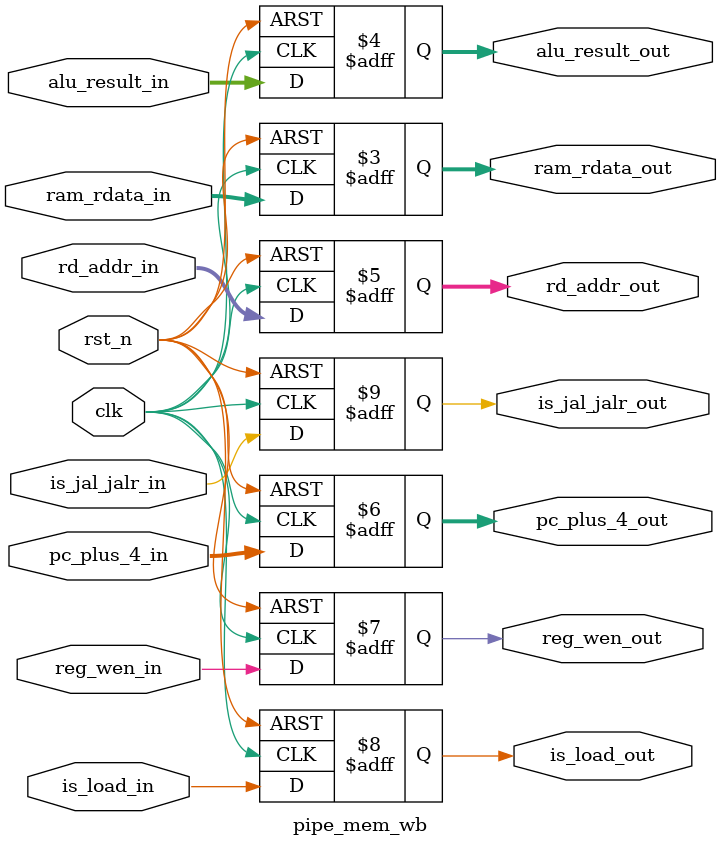
<source format=v>

module pipe_if_id(
    input wire clk,
    input wire rst_n,
    input wire stall,
    input wire flush,
    input wire [31:0] pc_in,
    input wire [31:0] inst_in,
    output reg [31:0] pc_out,
    output reg [31:0] inst_out
);
    always @(posedge clk or negedge rst_n) begin
        if (!rst_n || flush) begin
            pc_out   <= 0;
            inst_out <= 0;
        end else if (!stall) begin
            pc_out   <= pc_in;
            inst_out <= inst_in;
        end
    end
endmodule

// 2. ID -> EX 
module pipe_id_ex(
    input wire clk,
    input wire rst_n,
    input wire flush,
    input wire [31:0] pc_in,
    input wire [31:0] rs1_data_in,
    input wire [31:0] rs2_data_in,
    input wire [31:0] imm_in,
    input wire [4:0]  rd_addr_in,
    input wire [4:0]  rs1_addr_in, 
    input wire [4:0]  rs2_addr_in, 
    input wire [2:0]  funct3_in,
    input wire [3:0]  alu_op_in,
    input wire        alu_src_b_in,
    input wire        mem_wen_in,
    input wire        reg_wen_in,
    input wire        is_load_in,
    input wire        is_jal_in,
    input wire        is_jalr_in,
    input wire        is_branch_in,
    input wire        is_lui_in,
    
    output reg [31:0] pc_out,
    output reg [31:0] rs1_data_out,
    output reg [31:0] rs2_data_out,
    output reg [31:0] imm_out,
    output reg [4:0]  rd_addr_out,
    output reg [4:0]  rs1_addr_out, 
    output reg [4:0]  rs2_addr_out, 
    output reg [2:0]  funct3_out,
    output reg [3:0]  alu_op_out,
    output reg        alu_src_b_out,
    output reg        mem_wen_out,
    output reg        reg_wen_out,
    output reg        is_load_out,
    output reg        is_jal_out,
    output reg        is_jalr_out,
    output reg        is_branch_out,
    output reg        is_lui_out
);
    always @(posedge clk or negedge rst_n) begin
        if (!rst_n || flush) begin
            pc_out <= 0; rs1_data_out <= 0; rs2_data_out <= 0; imm_out <= 0; 
            rd_addr_out <= 0; rs1_addr_out <= 0; rs2_addr_out <= 0; funct3_out <= 0;
            alu_op_out <= 0; alu_src_b_out <= 0; mem_wen_out <= 0; reg_wen_out <= 0; is_load_out <= 0;
            is_jal_out <= 0; is_jalr_out <= 0; is_branch_out <= 0; is_lui_out <= 0;
        end else begin
            pc_out <= pc_in; rs1_data_out <= rs1_data_in; rs2_data_out <= rs2_data_in; 
            imm_out <= imm_in; rd_addr_out <= rd_addr_in; 
            rs1_addr_out <= rs1_addr_in; rs2_addr_out <= rs2_addr_in; 
            funct3_out <= funct3_in;
            alu_op_out <= alu_op_in; alu_src_b_out <= alu_src_b_in; mem_wen_out <= mem_wen_in; 
            reg_wen_out <= reg_wen_in; is_load_out <= is_load_in;
            is_jal_out <= is_jal_in; is_jalr_out <= is_jalr_in; is_branch_out <= is_branch_in;
            is_lui_out <= is_lui_in;
        end
    end
endmodule

// 3. EX -> MEM
module pipe_ex_mem(
    input wire clk,
    input wire rst_n,
    input wire [31:0] alu_result_in,
    input wire [31:0] rs2_data_in,
    input wire [4:0]  rd_addr_in,
    input wire [31:0] pc_plus_4_in,
    input wire        mem_wen_in,
    input wire        reg_wen_in,
    input wire        is_load_in,
    input wire        is_jal_jalr_in,
    input wire        is_lui_in,
    output reg [31:0] alu_result_out,
    output reg [31:0] rs2_data_out,
    output reg [4:0]  rd_addr_out,
    output reg [31:0] pc_plus_4_out,
    output reg        mem_wen_out,
    output reg        reg_wen_out,
    output reg        is_load_out,
    output reg        is_jal_jalr_out,
    output reg        is_lui_out
);
    always @(posedge clk or negedge rst_n) begin
        if (!rst_n) begin
            alu_result_out <= 0; rs2_data_out <= 0; rd_addr_out <= 0; pc_plus_4_out <= 0;
            mem_wen_out <= 0; reg_wen_out <= 0; is_load_out <= 0; is_jal_jalr_out <= 0;
            is_lui_out <= 0;
        end else begin
            alu_result_out <= alu_result_in; rs2_data_out <= rs2_data_in; 
            rd_addr_out <= rd_addr_in; pc_plus_4_out <= pc_plus_4_in;
            mem_wen_out <= mem_wen_in; reg_wen_out <= reg_wen_in; 
            is_load_out <= is_load_in; is_jal_jalr_out <= is_jal_jalr_in;
            is_lui_out <= is_lui_in;
        end
    end
endmodule

// 4. MEM -> WB
module pipe_mem_wb(
    input wire clk,
    input wire rst_n,
    input wire [31:0] ram_rdata_in,
    input wire [31:0] alu_result_in,
    input wire [4:0]  rd_addr_in,
    input wire [31:0] pc_plus_4_in,
    input wire        reg_wen_in,
    input wire        is_load_in,
    input wire        is_jal_jalr_in,
    output reg [31:0] ram_rdata_out,
    output reg [31:0] alu_result_out,
    output reg [4:0]  rd_addr_out,
    output reg [31:0] pc_plus_4_out,
    output reg        reg_wen_out,
    output reg        is_load_out,
    output reg        is_jal_jalr_out
);
    always @(posedge clk or negedge rst_n) begin
        if (!rst_n) begin
            ram_rdata_out <= 0; alu_result_out <= 0; rd_addr_out <= 0; pc_plus_4_out <= 0;
            reg_wen_out <= 0; is_load_out <= 0; is_jal_jalr_out <= 0;
        end else begin
            ram_rdata_out <= ram_rdata_in; alu_result_out <= alu_result_in; 
            rd_addr_out <= rd_addr_in; pc_plus_4_out <= pc_plus_4_in;
            reg_wen_out <= reg_wen_in; is_load_out <= is_load_in; is_jal_jalr_out <= is_jal_jalr_in;
        end
    end
endmodule
</source>
